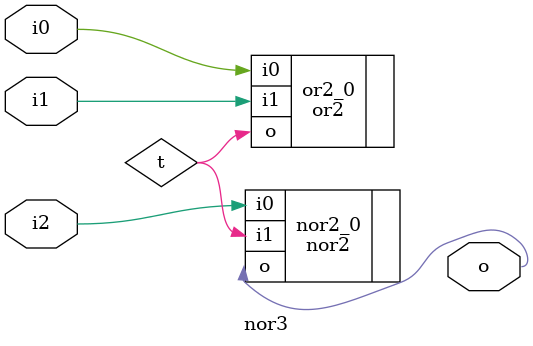
<source format=v>
module nor3 (
    input wire i0,       // in operand i0
    input wire i1,       // in operand i1
    input wire i2,       // in operand i2
    
    output wire o        // out signal o
);

    wire t;

    or2 or2_0 (
        .i0(i0),
        .i1(i1),
        .o(t)
    ); // Module

    nor2 nor2_0 (
        .i0(i2),
        .i1(t),
        .o(o)
    ); // Module

endmodule
</source>
